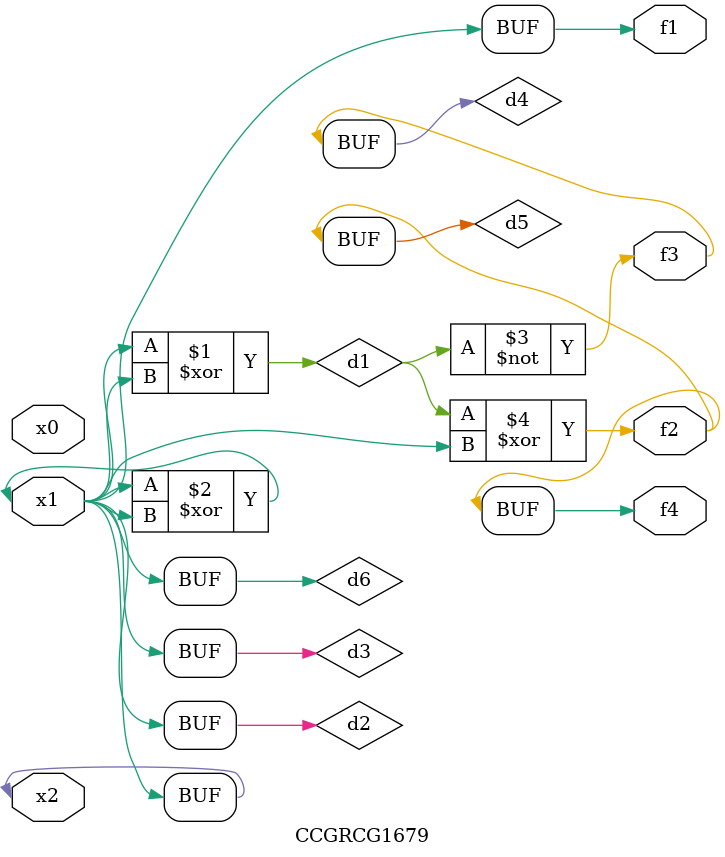
<source format=v>
module CCGRCG1679(
	input x0, x1, x2,
	output f1, f2, f3, f4
);

	wire d1, d2, d3, d4, d5, d6;

	xor (d1, x1, x2);
	buf (d2, x1, x2);
	xor (d3, x1, x2);
	nor (d4, d1);
	xor (d5, d1, d2);
	buf (d6, d2, d3);
	assign f1 = d6;
	assign f2 = d5;
	assign f3 = d4;
	assign f4 = d5;
endmodule

</source>
